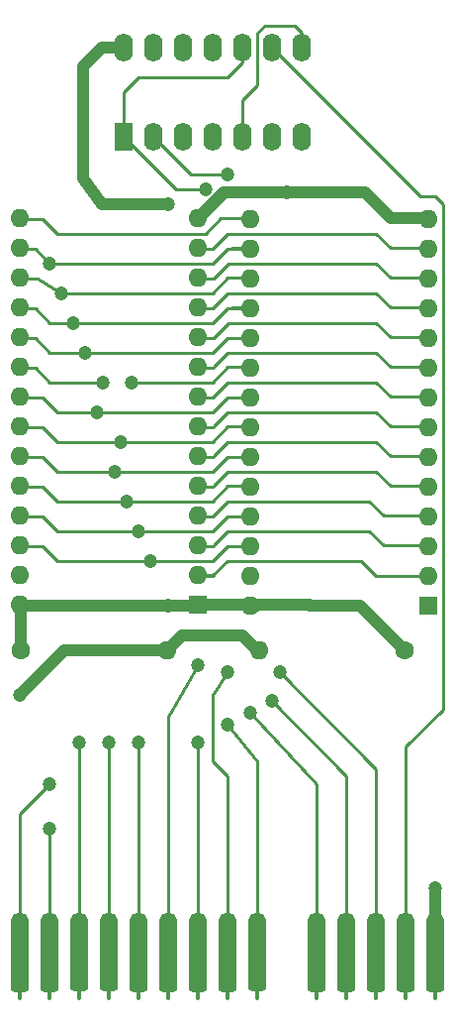
<source format=gbr>
%TF.GenerationSoftware,KiCad,Pcbnew,8.0.6+1*%
%TF.CreationDate,2024-12-12T19:09:56+01:00*%
%TF.ProjectId,QL_ROM_Cartridge_original,514c5f52-4f4d-45f4-9361-727472696467,0*%
%TF.SameCoordinates,Original*%
%TF.FileFunction,Copper,L1,Top*%
%TF.FilePolarity,Positive*%
%FSLAX46Y46*%
G04 Gerber Fmt 4.6, Leading zero omitted, Abs format (unit mm)*
G04 Created by KiCad (PCBNEW 8.0.6+1) date 2024-12-12 19:09:56*
%MOMM*%
%LPD*%
G01*
G04 APERTURE LIST*
G04 Aperture macros list*
%AMRoundRect*
0 Rectangle with rounded corners*
0 $1 Rounding radius*
0 $2 $3 $4 $5 $6 $7 $8 $9 X,Y pos of 4 corners*
0 Add a 4 corners polygon primitive as box body*
4,1,4,$2,$3,$4,$5,$6,$7,$8,$9,$2,$3,0*
0 Add four circle primitives for the rounded corners*
1,1,$1+$1,$2,$3*
1,1,$1+$1,$4,$5*
1,1,$1+$1,$6,$7*
1,1,$1+$1,$8,$9*
0 Add four rect primitives between the rounded corners*
20,1,$1+$1,$2,$3,$4,$5,0*
20,1,$1+$1,$4,$5,$6,$7,0*
20,1,$1+$1,$6,$7,$8,$9,0*
20,1,$1+$1,$8,$9,$2,$3,0*%
G04 Aperture macros list end*
%TA.AperFunction,EtchedComponent*%
%ADD10C,0.300000*%
%TD*%
%TA.AperFunction,ComponentPad*%
%ADD11R,1.600000X1.600000*%
%TD*%
%TA.AperFunction,ComponentPad*%
%ADD12O,1.600000X1.600000*%
%TD*%
%TA.AperFunction,ConnectorPad*%
%ADD13RoundRect,0.762000X-0.000010X-1.738000X0.000010X-1.738000X0.000010X1.738000X-0.000010X1.738000X0*%
%TD*%
%TA.AperFunction,ConnectorPad*%
%ADD14RoundRect,0.228600X-0.533400X-2.271400X0.533400X-2.271400X0.533400X2.271400X-0.533400X2.271400X0*%
%TD*%
%TA.AperFunction,ComponentPad*%
%ADD15C,1.600000*%
%TD*%
%TA.AperFunction,ComponentPad*%
%ADD16R,1.600000X2.400000*%
%TD*%
%TA.AperFunction,ComponentPad*%
%ADD17O,1.600000X2.400000*%
%TD*%
%TA.AperFunction,ViaPad*%
%ADD18C,1.200000*%
%TD*%
%TA.AperFunction,Conductor*%
%ADD19C,1.000000*%
%TD*%
%TA.AperFunction,Conductor*%
%ADD20C,0.250000*%
%TD*%
%ADD21C,0.350000*%
G04 APERTURE END LIST*
D10*
%TO.C,J1*%
X81280000Y-144018000D02*
X81280000Y-143510000D01*
X76200000Y-144018000D02*
X76200000Y-143510000D01*
X68580000Y-144018000D02*
X68580000Y-143510000D01*
X73660000Y-144018000D02*
X73660000Y-143510000D01*
X83820000Y-144018000D02*
X83820000Y-143510000D01*
X88900000Y-144018000D02*
X88900000Y-143510000D01*
X71120000Y-144018000D02*
X71120000Y-143510000D01*
X66040000Y-144018000D02*
X66040000Y-143510000D01*
X91440000Y-144018000D02*
X91440000Y-143510000D01*
X96520000Y-144018000D02*
X96520000Y-143510000D01*
X78740000Y-144018000D02*
X78740000Y-143510000D01*
X63500000Y-144018000D02*
X63500000Y-143510000D01*
X99060000Y-144018000D02*
X99060000Y-143510000D01*
X93980000Y-144018000D02*
X93980000Y-143510000D01*
%TD*%
D11*
%TO.P,IC2,1,VPP*%
%TO.N,VCC*%
X98425000Y-110490000D03*
D12*
%TO.P,IC2,2,A12*%
%TO.N,/A12*%
X98425000Y-107950000D03*
%TO.P,IC2,3,A7*%
%TO.N,/A7*%
X98425000Y-105410000D03*
%TO.P,IC2,4,A6*%
%TO.N,/A6*%
X98425000Y-102870000D03*
%TO.P,IC2,5,A5*%
%TO.N,/A5*%
X98425000Y-100330000D03*
%TO.P,IC2,6,A4*%
%TO.N,/A4*%
X98425000Y-97790000D03*
%TO.P,IC2,7,A3*%
%TO.N,/A3*%
X98425000Y-95250000D03*
%TO.P,IC2,8,A2*%
%TO.N,/A2*%
X98425000Y-92710000D03*
%TO.P,IC2,9,A1*%
%TO.N,/A1*%
X98425000Y-90170000D03*
%TO.P,IC2,10,A0*%
%TO.N,/A0*%
X98425000Y-87630000D03*
%TO.P,IC2,11,D0*%
%TO.N,/D0*%
X98425000Y-85090000D03*
%TO.P,IC2,12,D1*%
%TO.N,/D1*%
X98425000Y-82550000D03*
%TO.P,IC2,13,D2*%
%TO.N,/D2*%
X98425000Y-80010000D03*
%TO.P,IC2,14,GND*%
%TO.N,GND*%
X98425000Y-77470000D03*
%TO.P,IC2,15,D3*%
%TO.N,/D3*%
X83185000Y-77470000D03*
%TO.P,IC2,16,D4*%
%TO.N,/D4*%
X83185000Y-80010000D03*
%TO.P,IC2,17,D5*%
%TO.N,/D5*%
X83185000Y-82550000D03*
%TO.P,IC2,18,D6*%
%TO.N,/D6*%
X83185000Y-85090000D03*
%TO.P,IC2,19,D7*%
%TO.N,/D7*%
X83185000Y-87630000D03*
%TO.P,IC2,20,~{CE}*%
%TO.N,/U2_CE*%
X83185000Y-90170000D03*
%TO.P,IC2,21,A10*%
%TO.N,/A10*%
X83185000Y-92710000D03*
%TO.P,IC2,22,~{OE}*%
%TO.N,/U_ROMOE*%
X83185000Y-95250000D03*
%TO.P,IC2,23,A11*%
%TO.N,/A11*%
X83185000Y-97790000D03*
%TO.P,IC2,24,A9*%
%TO.N,/A9*%
X83185000Y-100330000D03*
%TO.P,IC2,25,A8*%
%TO.N,/A8*%
X83185000Y-102870000D03*
%TO.P,IC2,26,A13*%
%TO.N,/A13*%
X83185000Y-105410000D03*
%TO.P,IC2,27,~{PGM}*%
%TO.N,VCC*%
X83185000Y-107950000D03*
%TO.P,IC2,28,VCC*%
X83185000Y-110490000D03*
%TD*%
D13*
%TO.P,J1,1,Vcc*%
%TO.N,VCC*%
X99060000Y-139232000D03*
D14*
X99060000Y-140970000D03*
%TO.P,J1,3,A14*%
%TO.N,/A14*%
X96520000Y-141010000D03*
D13*
X96520000Y-139232000D03*
D14*
%TO.P,J1,5,A13*%
%TO.N,/A13*%
X93980000Y-141010000D03*
D13*
X93980000Y-139232000D03*
%TO.P,J1,7,A8*%
%TO.N,/A8*%
X91440000Y-139232000D03*
D14*
X91440000Y-141010000D03*
D13*
%TO.P,J1,9,A9*%
%TO.N,/A9*%
X88900000Y-139192000D03*
D14*
X88900000Y-140970000D03*
D13*
%TO.P,J1,11,A11*%
%TO.N,/A11*%
X83820000Y-139192000D03*
D14*
X83820000Y-140930000D03*
%TO.P,J1,13,~{ROMOE}*%
%TO.N,/ROMOE*%
X81280000Y-140970000D03*
D13*
X81280000Y-139232000D03*
D14*
%TO.P,J1,15,A10*%
%TO.N,/A10*%
X78740000Y-140970000D03*
D13*
X78740000Y-139232000D03*
%TO.P,J1,17,A15*%
%TO.N,/A15*%
X76200000Y-139232000D03*
D14*
X76200000Y-140970000D03*
D13*
%TO.P,J1,19,D7*%
%TO.N,/D7*%
X73660000Y-139232000D03*
D14*
X73660000Y-140970000D03*
D13*
%TO.P,J1,21,D6*%
%TO.N,/D6*%
X71120000Y-139232000D03*
D14*
X71120000Y-140959200D03*
%TO.P,J1,23,D5*%
%TO.N,/D5*%
X68554600Y-140959200D03*
D13*
X68580000Y-139192000D03*
D14*
%TO.P,J1,25,D4*%
%TO.N,/D4*%
X66040000Y-140970000D03*
D13*
X66040000Y-139232000D03*
%TO.P,J1,27,D3*%
%TO.N,/D3*%
X63500000Y-139232000D03*
D14*
X63500000Y-140970000D03*
%TD*%
D11*
%TO.P,IC1,1,VPP*%
%TO.N,VCC*%
X78745000Y-110480000D03*
D12*
%TO.P,IC1,2,A12*%
%TO.N,/A12*%
X78745000Y-107940000D03*
%TO.P,IC1,3,A7*%
%TO.N,/A7*%
X78745000Y-105400000D03*
%TO.P,IC1,4,A6*%
%TO.N,/A6*%
X78745000Y-102860000D03*
%TO.P,IC1,5,A5*%
%TO.N,/A5*%
X78745000Y-100320000D03*
%TO.P,IC1,6,A4*%
%TO.N,/A4*%
X78745000Y-97780000D03*
%TO.P,IC1,7,A3*%
%TO.N,/A3*%
X78745000Y-95240000D03*
%TO.P,IC1,8,A2*%
%TO.N,/A2*%
X78745000Y-92700000D03*
%TO.P,IC1,9,A1*%
%TO.N,/A1*%
X78745000Y-90160000D03*
%TO.P,IC1,10,A0*%
%TO.N,/A0*%
X78745000Y-87620000D03*
%TO.P,IC1,11,D0*%
%TO.N,/D0*%
X78745000Y-85080000D03*
%TO.P,IC1,12,D1*%
%TO.N,/D1*%
X78745000Y-82540000D03*
%TO.P,IC1,13,D2*%
%TO.N,/D2*%
X78745000Y-80000000D03*
%TO.P,IC1,14,GND*%
%TO.N,GND*%
X78745000Y-77460000D03*
%TO.P,IC1,15,D3*%
%TO.N,/D3*%
X63505000Y-77460000D03*
%TO.P,IC1,16,D4*%
%TO.N,/D4*%
X63505000Y-80000000D03*
%TO.P,IC1,17,D5*%
%TO.N,/D5*%
X63505000Y-82540000D03*
%TO.P,IC1,18,D6*%
%TO.N,/D6*%
X63505000Y-85080000D03*
%TO.P,IC1,19,D7*%
%TO.N,/D7*%
X63505000Y-87620000D03*
%TO.P,IC1,20,~{CE}*%
%TO.N,/U1_CE*%
X63505000Y-90160000D03*
%TO.P,IC1,21,A10*%
%TO.N,/A10*%
X63505000Y-92700000D03*
%TO.P,IC1,22,~{OE}*%
%TO.N,/U_ROMOE*%
X63505000Y-95240000D03*
%TO.P,IC1,23,A11*%
%TO.N,/A11*%
X63505000Y-97780000D03*
%TO.P,IC1,24,A9*%
%TO.N,/A9*%
X63505000Y-100320000D03*
%TO.P,IC1,25,A8*%
%TO.N,/A8*%
X63505000Y-102860000D03*
%TO.P,IC1,26,A13*%
%TO.N,/A13*%
X63505000Y-105400000D03*
%TO.P,IC1,27,~{PGM}*%
%TO.N,VCC*%
X63505000Y-107940000D03*
%TO.P,IC1,28,VCC*%
X63505000Y-110480000D03*
%TD*%
D15*
%TO.P,C1,1*%
%TO.N,VCC*%
X63580000Y-114300000D03*
D12*
%TO.P,C1,2*%
%TO.N,GND*%
X76080000Y-114300000D03*
%TD*%
D15*
%TO.P,C2,1*%
%TO.N,VCC*%
X96420000Y-114300000D03*
D12*
%TO.P,C2,2*%
%TO.N,GND*%
X83920000Y-114300000D03*
%TD*%
D16*
%TO.P,IC3,1*%
%TO.N,/A15*%
X72390000Y-70485000D03*
D17*
%TO.P,IC3,2*%
%TO.N,/ROMOE*%
X74930000Y-70485000D03*
%TO.P,IC3,3*%
%TO.N,/U_ROMOE*%
X77470000Y-70485000D03*
%TO.P,IC3,4*%
%TO.N,/U2_CE*%
X80010000Y-70485000D03*
%TO.P,IC3,5*%
X82550000Y-70485000D03*
%TO.P,IC3,6*%
%TO.N,/U1_CE*%
X85090000Y-70485000D03*
%TO.P,IC3,7,GND*%
%TO.N,GND*%
X87630000Y-70485000D03*
%TO.P,IC3,8*%
%TO.N,/U2_CE*%
X87630000Y-62865000D03*
%TO.P,IC3,9*%
%TO.N,/A14*%
X85090000Y-62865000D03*
%TO.P,IC3,10*%
%TO.N,/A15*%
X82550000Y-62865000D03*
%TO.P,IC3,11*%
%TO.N,unconnected-(IC3-Pad11)*%
X80010000Y-62865000D03*
%TO.P,IC3,12*%
%TO.N,unconnected-(IC3-Pad12)*%
X77470000Y-62865000D03*
%TO.P,IC3,13*%
%TO.N,unconnected-(IC3-Pad13)*%
X74930000Y-62865000D03*
%TO.P,IC3,14,VCC*%
%TO.N,VCC*%
X72390000Y-62865000D03*
%TD*%
D18*
%TO.N,VCC*%
X99060000Y-134620000D03*
X76200000Y-110505000D03*
X76200000Y-76200000D03*
%TO.N,GND*%
X86360000Y-75184000D03*
X63500000Y-118110000D03*
%TO.N,/D3*%
X66040000Y-125730000D03*
%TO.N,/D4*%
X66040000Y-81280000D03*
X66040000Y-129540000D03*
%TO.N,/D5*%
X68580000Y-122174000D03*
X67056000Y-83820000D03*
%TO.N,/D6*%
X68072000Y-86360000D03*
X71120000Y-122174000D03*
%TO.N,/D7*%
X69088000Y-88900000D03*
X73660000Y-122174000D03*
%TO.N,/A15*%
X79375000Y-74930000D03*
X78740000Y-115570000D03*
%TO.N,/A10*%
X78740000Y-122174000D03*
X70104000Y-93980000D03*
%TO.N,/ROMOE*%
X81280000Y-116205000D03*
X81280000Y-73660000D03*
%TO.N,/A11*%
X81280000Y-120650000D03*
X71628000Y-99060000D03*
%TO.N,/A9*%
X72644000Y-101600000D03*
X83185000Y-119634000D03*
%TO.N,/A8*%
X73660000Y-104140000D03*
X85090000Y-118618000D03*
%TO.N,/A13*%
X85725000Y-116205000D03*
X74676000Y-106680000D03*
%TO.N,/U1_CE*%
X70612000Y-91440000D03*
%TO.N,/U2_CE*%
X73025000Y-91440000D03*
%TO.N,/U_ROMOE*%
X72136000Y-96520000D03*
%TD*%
D19*
%TO.N,VCC*%
X63580000Y-110580000D02*
X63580000Y-114300000D01*
X88285000Y-110490000D02*
X92610000Y-110490000D01*
X70485000Y-76200000D02*
X68852143Y-74022857D01*
X99060000Y-134620000D02*
X99060000Y-137033000D01*
X76200000Y-110505000D02*
X63505000Y-110505000D01*
X70470000Y-62880000D02*
X68852143Y-64497857D01*
X78745000Y-110480000D02*
X83175000Y-110480000D01*
X92610000Y-110490000D02*
X96420000Y-114300000D01*
X76200000Y-76200000D02*
X70485000Y-76200000D01*
X68852143Y-74022857D02*
X68852143Y-64497857D01*
X72390000Y-62865000D02*
X70520944Y-62865000D01*
X78720000Y-110505000D02*
X78745000Y-110480000D01*
X70500000Y-62880000D02*
X70470000Y-62880000D01*
X63505000Y-110505000D02*
X63580000Y-110580000D01*
X83800000Y-110505000D02*
X83825000Y-110480000D01*
X76200000Y-110505000D02*
X78720000Y-110505000D01*
X83175000Y-110480000D02*
X83185000Y-110490000D01*
X70485000Y-62865000D02*
X70500000Y-62880000D01*
X70500000Y-62880000D02*
X72385000Y-62880000D01*
X83825000Y-110480000D02*
X88275000Y-110480000D01*
X88275000Y-110480000D02*
X88285000Y-110490000D01*
%TO.N,GND*%
X93017500Y-75257500D02*
X93027500Y-75247500D01*
X76080000Y-114300000D02*
X67310000Y-114300000D01*
X67310000Y-114300000D02*
X63500000Y-118110000D01*
X95240000Y-77460000D02*
X93027500Y-75247500D01*
X95240000Y-77460000D02*
X98425000Y-77460000D01*
X78745000Y-77485000D02*
X80972500Y-75257500D01*
X77350000Y-113030000D02*
X76080000Y-114300000D01*
X83920000Y-114300000D02*
X83820000Y-114300000D01*
X83820000Y-114300000D02*
X82550000Y-113030000D01*
X82550000Y-113030000D02*
X77350000Y-113030000D01*
X80947500Y-75257500D02*
X80972500Y-75257500D01*
X78745000Y-77460000D02*
X80947500Y-75257500D01*
X80972500Y-75257500D02*
X93017500Y-75257500D01*
D20*
%TO.N,/D3*%
X65420000Y-77485000D02*
X66675000Y-78740000D01*
X66675000Y-78740000D02*
X79375000Y-78740000D01*
X82550000Y-77470000D02*
X82565000Y-77485000D01*
X63505000Y-77485000D02*
X65420000Y-77485000D01*
X80655000Y-77460000D02*
X79375000Y-78740000D01*
X80655000Y-77460000D02*
X82555000Y-77460000D01*
X63500000Y-128270000D02*
X63500000Y-139232000D01*
X66040000Y-125730000D02*
X63500000Y-128270000D01*
%TO.N,/D4*%
X66040000Y-137033000D02*
X66040000Y-129540000D01*
X66040000Y-81280000D02*
X80010000Y-81280000D01*
X82550000Y-80010000D02*
X82565000Y-80025000D01*
X81280000Y-80010000D02*
X83185000Y-80010000D01*
X66040000Y-81280000D02*
X64785000Y-80025000D01*
X81610960Y-80000000D02*
X82555000Y-80000000D01*
X64785000Y-80025000D02*
X63505000Y-80025000D01*
X80010000Y-81280000D02*
X81280000Y-80010000D01*
%TO.N,/D2*%
X81280000Y-78740000D02*
X79995000Y-80025000D01*
X98425000Y-80000000D02*
X95240000Y-80000000D01*
X79995000Y-80025000D02*
X78745000Y-80025000D01*
X95240000Y-80000000D02*
X93980000Y-78740000D01*
X93980000Y-78740000D02*
X81280000Y-78740000D01*
%TO.N,/D5*%
X80010000Y-83820000D02*
X81290000Y-82540000D01*
X81290000Y-82540000D02*
X82555000Y-82540000D01*
X68554600Y-125069600D02*
X68580000Y-125095000D01*
X67056000Y-83820000D02*
X65034980Y-82565000D01*
X68580000Y-122174000D02*
X68554600Y-123850400D01*
X67056000Y-83820000D02*
X80010000Y-83820000D01*
X65034980Y-82565000D02*
X63505000Y-82565000D01*
X68554600Y-123850400D02*
X68554600Y-125069600D01*
X68554600Y-125120400D02*
X68554600Y-138760200D01*
%TO.N,/D1*%
X95240000Y-82540000D02*
X93990000Y-81290000D01*
X93990000Y-81290000D02*
X81320000Y-81290000D01*
X81320000Y-81290000D02*
X80035000Y-82575000D01*
X98425000Y-82540000D02*
X95240000Y-82540000D01*
X80035000Y-82575000D02*
X78745000Y-82575000D01*
%TO.N,/D6*%
X71120000Y-139232000D02*
X71120000Y-122174000D01*
X66040000Y-86360000D02*
X64785000Y-85105000D01*
X68072000Y-86360000D02*
X80010000Y-86360000D01*
X81280000Y-85090000D02*
X83185000Y-85090000D01*
X81610960Y-85080000D02*
X82555000Y-85080000D01*
X68072000Y-86360000D02*
X66040000Y-86360000D01*
X64785000Y-85105000D02*
X63505000Y-85105000D01*
X80010000Y-86360000D02*
X81280000Y-85090000D01*
%TO.N,/D0*%
X79985000Y-85115000D02*
X78740000Y-85115000D01*
X98425000Y-85080000D02*
X95220000Y-85080000D01*
X95220000Y-85080000D02*
X93970000Y-83830000D01*
X93970000Y-83830000D02*
X81270000Y-83830000D01*
X81270000Y-83830000D02*
X79985000Y-85115000D01*
%TO.N,/D7*%
X82520000Y-87630000D02*
X82535000Y-87645000D01*
X81280000Y-87630000D02*
X82520000Y-87630000D01*
X80010000Y-88900000D02*
X81280000Y-87630000D01*
X64785000Y-87645000D02*
X66040000Y-88900000D01*
X66040000Y-88900000D02*
X80010000Y-88900000D01*
X63505000Y-87645000D02*
X64785000Y-87645000D01*
X73660000Y-137501000D02*
X73660000Y-122174000D01*
%TO.N,/A0*%
X80035000Y-87655000D02*
X78740000Y-87655000D01*
X78745000Y-87645000D02*
X80045000Y-87645000D01*
X93990000Y-86370000D02*
X81320000Y-86370000D01*
X80035000Y-87655000D02*
X81320000Y-86370000D01*
X95240000Y-87620000D02*
X98425000Y-87620000D01*
X95240000Y-87620000D02*
X93990000Y-86370000D01*
%TO.N,/A15*%
X78740000Y-115570000D02*
X76200000Y-120015000D01*
X79375000Y-74930000D02*
X76835000Y-74930000D01*
X72390000Y-70485000D02*
X76835000Y-74930000D01*
X76200000Y-120015000D02*
X76200000Y-137501000D01*
X73660000Y-65405000D02*
X72390000Y-66675000D01*
X73660000Y-65405000D02*
X81280000Y-65405000D01*
X72390000Y-66675000D02*
X72390000Y-70485000D01*
X82550000Y-64135000D02*
X81280000Y-65405000D01*
X82550000Y-62865000D02*
X82550000Y-64135000D01*
%TO.N,/A1*%
X80025000Y-90155000D02*
X81280000Y-88900000D01*
X95240000Y-90160000D02*
X98425000Y-90160000D01*
X95240000Y-90160000D02*
X93980000Y-88900000D01*
X80025000Y-90185000D02*
X80025000Y-90155000D01*
X81280000Y-88900000D02*
X93980000Y-88900000D01*
X78740000Y-90185000D02*
X80025000Y-90185000D01*
%TO.N,/A10*%
X81280000Y-92710000D02*
X82520000Y-92710000D01*
X82520000Y-92710000D02*
X82535000Y-92725000D01*
X70104000Y-93980000D02*
X66675000Y-93980000D01*
X78740000Y-139232000D02*
X78740000Y-122174000D01*
X65420000Y-92725000D02*
X63505000Y-92725000D01*
X66675000Y-93980000D02*
X65420000Y-92725000D01*
X70104000Y-93980000D02*
X80010000Y-93980000D01*
X80010000Y-93980000D02*
X81280000Y-92710000D01*
%TO.N,/A2*%
X81280000Y-91440000D02*
X83165000Y-91440000D01*
X95240000Y-92700000D02*
X93980000Y-91440000D01*
X79995000Y-92725000D02*
X81280000Y-91440000D01*
X95240000Y-92700000D02*
X98425000Y-92700000D01*
X83165000Y-91440000D02*
X83175000Y-91450000D01*
X83175000Y-91450000D02*
X93980000Y-91440000D01*
X78745000Y-92725000D02*
X79995000Y-92725000D01*
%TO.N,/ROMOE*%
X80010000Y-118110000D02*
X80010000Y-123825000D01*
X81280000Y-116205000D02*
X80010000Y-118110000D01*
X74930000Y-70485000D02*
X78105000Y-73660000D01*
X78105000Y-73660000D02*
X81280000Y-73660000D01*
X81280000Y-125095000D02*
X81280000Y-137033000D01*
X80010000Y-123825000D02*
X81280000Y-125095000D01*
%TO.N,/A3*%
X78740000Y-95275000D02*
X80035000Y-95275000D01*
X80035000Y-95225000D02*
X81280000Y-93980000D01*
X98425000Y-95240000D02*
X95240000Y-95240000D01*
X81280000Y-93980000D02*
X82535000Y-93980000D01*
X82535000Y-93980000D02*
X82545000Y-93990000D01*
X82545000Y-93990000D02*
X93990000Y-93990000D01*
X95240000Y-95240000D02*
X93990000Y-93990000D01*
X80035000Y-95275000D02*
X80035000Y-95225000D01*
%TO.N,/A11*%
X83155000Y-97790000D02*
X83170000Y-97805000D01*
X65420000Y-97805000D02*
X66675000Y-99060000D01*
X81280000Y-120650000D02*
X83820000Y-123825000D01*
X80010000Y-99060000D02*
X81280000Y-97790000D01*
X83820000Y-123825000D02*
X83820000Y-138731000D01*
X63505000Y-97805000D02*
X65420000Y-97805000D01*
X66675000Y-99060000D02*
X80010000Y-99060000D01*
X81280000Y-97790000D02*
X83155000Y-97790000D01*
%TO.N,/A4*%
X81280000Y-96520000D02*
X93980000Y-96520000D01*
X80025000Y-97775000D02*
X81280000Y-96520000D01*
X95240000Y-97780000D02*
X93980000Y-96520000D01*
X78740000Y-97805000D02*
X80025000Y-97805000D01*
X98425000Y-97780000D02*
X95240000Y-97780000D01*
X80025000Y-97805000D02*
X80025000Y-97775000D01*
%TO.N,/A9*%
X81290000Y-100320000D02*
X82555000Y-100320000D01*
X80010000Y-101600000D02*
X81290000Y-100320000D01*
X88900000Y-125730000D02*
X88900000Y-138771000D01*
X66675000Y-101600000D02*
X80010000Y-101600000D01*
X63505000Y-100345000D02*
X65420000Y-100345000D01*
X83185000Y-119634000D02*
X88900000Y-125730000D01*
X65420000Y-100345000D02*
X66675000Y-101600000D01*
%TO.N,/A5*%
X95240000Y-100320000D02*
X93980000Y-99060000D01*
X80025000Y-100345000D02*
X80025000Y-100315000D01*
X78745000Y-100345000D02*
X80025000Y-100345000D01*
X81280000Y-99060000D02*
X93980000Y-99060000D01*
X98425000Y-100320000D02*
X95240000Y-100320000D01*
X80025000Y-100315000D02*
X81280000Y-99060000D01*
%TO.N,/A8*%
X81280000Y-102870000D02*
X82520000Y-102870000D01*
X91440000Y-125095000D02*
X91440000Y-138811000D01*
X65405000Y-102870000D02*
X65390000Y-102885000D01*
X65390000Y-102885000D02*
X63505000Y-102885000D01*
X73660000Y-104140000D02*
X66675000Y-104140000D01*
X73660000Y-104140000D02*
X80010000Y-104140000D01*
X82520000Y-102870000D02*
X82535000Y-102885000D01*
X85090000Y-118618000D02*
X91440000Y-125095000D01*
X80010000Y-104140000D02*
X81280000Y-102870000D01*
X66675000Y-104140000D02*
X65405000Y-102870000D01*
%TO.N,/A6*%
X94605000Y-102860000D02*
X93345000Y-101600000D01*
X79995000Y-102885000D02*
X81280000Y-101600000D01*
X81280000Y-101600000D02*
X93345000Y-101600000D01*
X78745000Y-102885000D02*
X79995000Y-102885000D01*
X98425000Y-102860000D02*
X94605000Y-102860000D01*
%TO.N,/A13*%
X63520000Y-105410000D02*
X63505000Y-105425000D01*
X93980000Y-124460000D02*
X85725000Y-116205000D01*
X65420000Y-105425000D02*
X66675000Y-106680000D01*
X81280000Y-105410000D02*
X80010000Y-106680000D01*
X93980000Y-138811000D02*
X93980000Y-124460000D01*
X83185000Y-105410000D02*
X81280000Y-105410000D01*
X63505000Y-105425000D02*
X65420000Y-105425000D01*
X66675000Y-106680000D02*
X80010000Y-106680000D01*
%TO.N,/A7*%
X80025000Y-105395000D02*
X81280000Y-104140000D01*
X94605000Y-105400000D02*
X93345000Y-104140000D01*
X81280000Y-104140000D02*
X93345000Y-104140000D01*
X78745000Y-105425000D02*
X80025000Y-105425000D01*
X80025000Y-105425000D02*
X80025000Y-105395000D01*
X98425000Y-105400000D02*
X94605000Y-105400000D01*
%TO.N,/A14*%
X85090000Y-62865000D02*
X97790000Y-75565000D01*
X97790000Y-75565000D02*
X99060000Y-75565000D01*
X85085000Y-62880000D02*
X85105000Y-62880000D01*
X99695000Y-119380000D02*
X96520000Y-122555000D01*
X99060000Y-75565000D02*
X99695000Y-76200000D01*
X96520000Y-122555000D02*
X96520000Y-137033000D01*
X99695000Y-76200000D02*
X99695000Y-119380000D01*
%TO.N,/A12*%
X81280000Y-106680000D02*
X92710000Y-106680000D01*
X80020000Y-107940000D02*
X81280000Y-106680000D01*
X92710000Y-106680000D02*
X93980000Y-107950000D01*
X78745000Y-107940000D02*
X80020000Y-107940000D01*
X80035000Y-107975000D02*
X80035000Y-107925000D01*
X78745000Y-107975000D02*
X80035000Y-107975000D01*
X93980000Y-107950000D02*
X98425000Y-107950000D01*
%TO.N,/U1_CE*%
X64785000Y-90185000D02*
X63505000Y-90185000D01*
X70612000Y-91440000D02*
X66040000Y-91440000D01*
X66040000Y-91440000D02*
X64785000Y-90185000D01*
%TO.N,/U2_CE*%
X81290000Y-90160000D02*
X82555000Y-90160000D01*
X84455000Y-60960000D02*
X83820000Y-61595000D01*
X83820000Y-61595000D02*
X83820000Y-66040000D01*
X73025000Y-91440000D02*
X80010000Y-91440000D01*
X83820000Y-66040000D02*
X82550000Y-67310000D01*
X82550000Y-67310000D02*
X82550000Y-70485000D01*
X87630000Y-62865000D02*
X87630000Y-61595000D01*
X87630000Y-61595000D02*
X86995000Y-60960000D01*
X86995000Y-60960000D02*
X84455000Y-60960000D01*
X80010000Y-91440000D02*
X81290000Y-90160000D01*
%TO.N,/U_ROMOE*%
X65420000Y-95265000D02*
X66675000Y-96520000D01*
X80010000Y-96520000D02*
X81290000Y-95240000D01*
X63505000Y-95265000D02*
X65420000Y-95265000D01*
X81290000Y-95240000D02*
X82555000Y-95240000D01*
X66675000Y-96520000D02*
X80010000Y-96520000D01*
%TD*%
D21*
X99060000Y-134620000D03*
X76200000Y-110505000D03*
X76200000Y-76200000D03*
X86360000Y-75184000D03*
X63500000Y-118110000D03*
X66040000Y-125730000D03*
X66040000Y-81280000D03*
X66040000Y-129540000D03*
X68580000Y-122174000D03*
X67056000Y-83820000D03*
X68072000Y-86360000D03*
X71120000Y-122174000D03*
X69088000Y-88900000D03*
X73660000Y-122174000D03*
X79375000Y-74930000D03*
X78740000Y-115570000D03*
X78740000Y-122174000D03*
X70104000Y-93980000D03*
X81280000Y-116205000D03*
X81280000Y-73660000D03*
X81280000Y-120650000D03*
X71628000Y-99060000D03*
X72644000Y-101600000D03*
X83185000Y-119634000D03*
X73660000Y-104140000D03*
X85090000Y-118618000D03*
X85725000Y-116205000D03*
X74676000Y-106680000D03*
X70612000Y-91440000D03*
X73025000Y-91440000D03*
X72136000Y-96520000D03*
X98425000Y-110490000D03*
X98425000Y-107950000D03*
X98425000Y-105410000D03*
X98425000Y-102870000D03*
X98425000Y-100330000D03*
X98425000Y-97790000D03*
X98425000Y-95250000D03*
X98425000Y-92710000D03*
X98425000Y-90170000D03*
X98425000Y-87630000D03*
X98425000Y-85090000D03*
X98425000Y-82550000D03*
X98425000Y-80010000D03*
X98425000Y-77470000D03*
X83185000Y-77470000D03*
X83185000Y-80010000D03*
X83185000Y-82550000D03*
X83185000Y-85090000D03*
X83185000Y-87630000D03*
X83185000Y-90170000D03*
X83185000Y-92710000D03*
X83185000Y-95250000D03*
X83185000Y-97790000D03*
X83185000Y-100330000D03*
X83185000Y-102870000D03*
X83185000Y-105410000D03*
X83185000Y-107950000D03*
X83185000Y-110490000D03*
X78745000Y-110480000D03*
X78745000Y-107940000D03*
X78745000Y-105400000D03*
X78745000Y-102860000D03*
X78745000Y-100320000D03*
X78745000Y-97780000D03*
X78745000Y-95240000D03*
X78745000Y-92700000D03*
X78745000Y-90160000D03*
X78745000Y-87620000D03*
X78745000Y-85080000D03*
X78745000Y-82540000D03*
X78745000Y-80000000D03*
X78745000Y-77460000D03*
X63505000Y-77460000D03*
X63505000Y-80000000D03*
X63505000Y-82540000D03*
X63505000Y-85080000D03*
X63505000Y-87620000D03*
X63505000Y-90160000D03*
X63505000Y-92700000D03*
X63505000Y-95240000D03*
X63505000Y-97780000D03*
X63505000Y-100320000D03*
X63505000Y-102860000D03*
X63505000Y-105400000D03*
X63505000Y-107940000D03*
X63505000Y-110480000D03*
X63580000Y-114300000D03*
X76080000Y-114300000D03*
X96420000Y-114300000D03*
X83920000Y-114300000D03*
X72390000Y-70485000D03*
X74930000Y-70485000D03*
X77470000Y-70485000D03*
X80010000Y-70485000D03*
X82550000Y-70485000D03*
X85090000Y-70485000D03*
X87630000Y-70485000D03*
X87630000Y-62865000D03*
X85090000Y-62865000D03*
X82550000Y-62865000D03*
X80010000Y-62865000D03*
X77470000Y-62865000D03*
X74930000Y-62865000D03*
X72390000Y-62865000D03*
M02*

</source>
